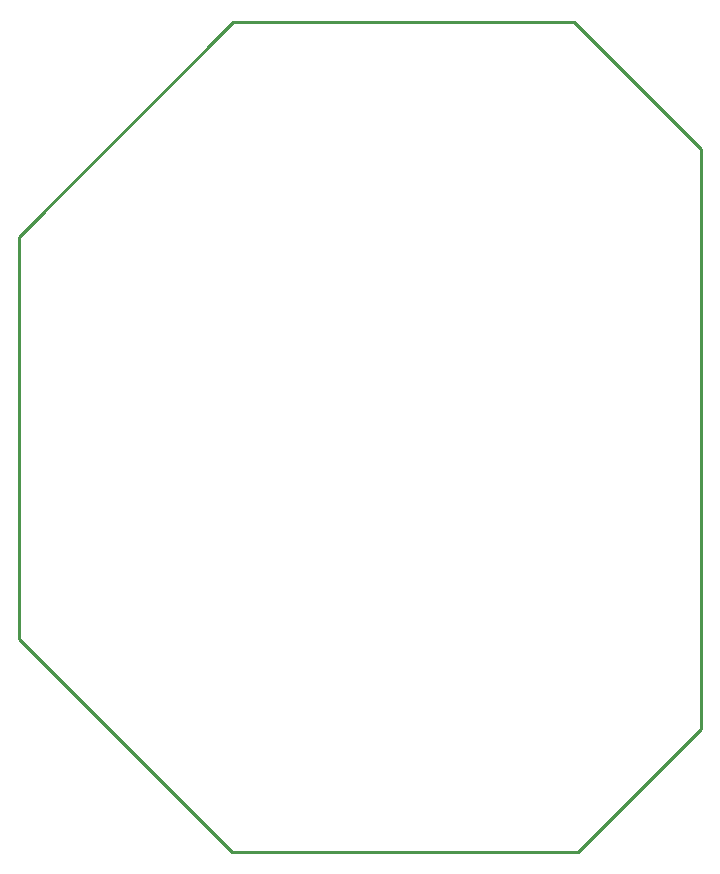
<source format=gko>
G04 Layer: BoardOutlineLayer*
G04 EasyEDA Pro v2.1.64.d1969c9c.217bcf, 2024-09-26 22:54:29*
G04 Gerber Generator version 0.3*
G04 Scale: 100 percent, Rotated: No, Reflected: No*
G04 Dimensions in millimeters*
G04 Leading zeros omitted, absolute positions, 3 integers and 5 decimals*
%FSLAX35Y35*%
%MOMM*%
%ADD10C,0.254*%
G75*


G04 PolygonModel Start*
G54D10*
G01X8233258Y2235200D02*
G01X5346700Y2235200D01*
G01X3530600Y419100D01*
G01Y-2984500D01*
G01X5334000Y-4787900D01*
G01X8267700D01*
G01X9309100Y-3746500D01*
G01Y1159358D01*
G01X8233258Y2235200D01*
G04 PolygonModel End*

M02*

</source>
